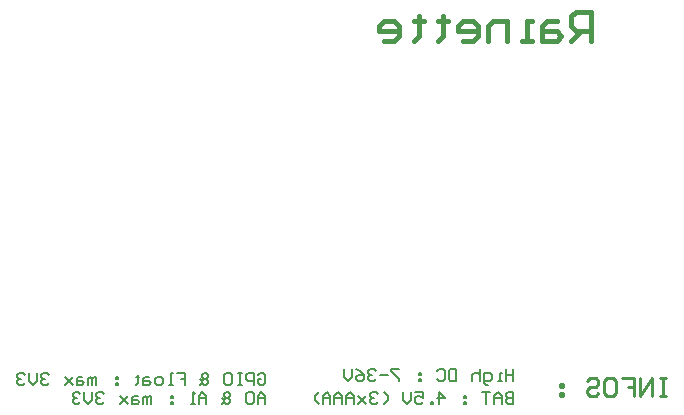
<source format=gbo>
G04*
G04 #@! TF.GenerationSoftware,Altium Limited,Altium Designer,24.9.1 (31)*
G04*
G04 Layer_Color=32896*
%FSLAX44Y44*%
%MOMM*%
G71*
G04*
G04 #@! TF.SameCoordinates,DA4EDB6E-3878-44D2-BF23-6E32A7E0A26F*
G04*
G04*
G04 #@! TF.FilePolarity,Positive*
G04*
G01*
G75*
%ADD11C,0.2000*%
%ADD14C,0.2540*%
%ADD154C,0.4000*%
D11*
X261336Y590331D02*
X263002Y591997D01*
X266334D01*
X268000Y590331D01*
Y583666D01*
X266334Y582000D01*
X263002D01*
X261336Y583666D01*
Y586998D01*
X264668D01*
X258003Y582000D02*
Y591997D01*
X253005D01*
X251339Y590331D01*
Y586998D01*
X253005Y585332D01*
X258003D01*
X248006Y591997D02*
X244674D01*
X246340D01*
Y582000D01*
X248006D01*
X244674D01*
X234677Y591997D02*
X238010D01*
X239676Y590331D01*
Y583666D01*
X238010Y582000D01*
X234677D01*
X233011Y583666D01*
Y590331D01*
X234677Y591997D01*
X213018Y582000D02*
X214684Y583666D01*
X216350Y582000D01*
X218016D01*
X219682Y583666D01*
Y585332D01*
X218016Y586998D01*
X219682Y588665D01*
Y590331D01*
X218016Y591997D01*
X216350D01*
X214684Y590331D01*
Y588665D01*
X216350Y586998D01*
X214684Y585332D01*
Y583666D01*
X213018Y586998D02*
X214684Y585332D01*
X218016Y586998D02*
X216350D01*
X193024Y591997D02*
X199689D01*
Y586998D01*
X196356D01*
X199689D01*
Y582000D01*
X189692D02*
X186360D01*
X188026D01*
Y591997D01*
X189692D01*
X179695Y582000D02*
X176363D01*
X174697Y583666D01*
Y586998D01*
X176363Y588665D01*
X179695D01*
X181361Y586998D01*
Y583666D01*
X179695Y582000D01*
X169698Y588665D02*
X166366D01*
X164700Y586998D01*
Y582000D01*
X169698D01*
X171364Y583666D01*
X169698Y585332D01*
X164700D01*
X159702Y590331D02*
Y588665D01*
X161368D01*
X158035D01*
X159702D01*
Y583666D01*
X158035Y582000D01*
X143040Y588665D02*
X141374D01*
Y586998D01*
X143040D01*
Y588665D01*
Y583666D02*
X141374D01*
Y582000D01*
X143040D01*
Y583666D01*
X124713Y582000D02*
Y588665D01*
X123047D01*
X121381Y586998D01*
Y582000D01*
Y586998D01*
X119714Y588665D01*
X118048Y586998D01*
Y582000D01*
X113050Y588665D02*
X109718D01*
X108052Y586998D01*
Y582000D01*
X113050D01*
X114716Y583666D01*
X113050Y585332D01*
X108052D01*
X104719Y588665D02*
X98055Y582000D01*
X101387Y585332D01*
X98055Y588665D01*
X104719Y582000D01*
X84726Y590331D02*
X83060Y591997D01*
X79727D01*
X78061Y590331D01*
Y588665D01*
X79727Y586998D01*
X81393D01*
X79727D01*
X78061Y585332D01*
Y583666D01*
X79727Y582000D01*
X83060D01*
X84726Y583666D01*
X74729Y591997D02*
Y585332D01*
X71397Y582000D01*
X68064Y585332D01*
Y591997D01*
X64732Y590331D02*
X63066Y591997D01*
X59734D01*
X58068Y590331D01*
Y588665D01*
X59734Y586998D01*
X61400D01*
X59734D01*
X58068Y585332D01*
Y583666D01*
X59734Y582000D01*
X63066D01*
X64732Y583666D01*
X268000Y566000D02*
Y572664D01*
X264668Y575997D01*
X261336Y572664D01*
Y566000D01*
Y570998D01*
X268000D01*
X258003Y574331D02*
X256337Y575997D01*
X253005D01*
X251339Y574331D01*
Y567666D01*
X253005Y566000D01*
X256337D01*
X258003Y567666D01*
Y574331D01*
X231345Y566000D02*
X233011Y567666D01*
X234677Y566000D01*
X236343D01*
X238010Y567666D01*
Y569332D01*
X236343Y570998D01*
X238010Y572664D01*
Y574331D01*
X236343Y575997D01*
X234677D01*
X233011Y574331D01*
Y572664D01*
X234677Y570998D01*
X233011Y569332D01*
Y567666D01*
X231345Y570998D02*
X233011Y569332D01*
X236343Y570998D02*
X234677D01*
X218016Y566000D02*
Y572664D01*
X214684Y575997D01*
X211352Y572664D01*
Y566000D01*
Y570998D01*
X218016D01*
X208019Y566000D02*
X204687D01*
X206353D01*
Y575997D01*
X208019Y574331D01*
X189692Y572664D02*
X188026D01*
Y570998D01*
X189692D01*
Y572664D01*
Y567666D02*
X188026D01*
Y566000D01*
X189692D01*
Y567666D01*
X171364Y566000D02*
Y572664D01*
X169698D01*
X168032Y570998D01*
Y566000D01*
Y570998D01*
X166366Y572664D01*
X164700Y570998D01*
Y566000D01*
X159702Y572664D02*
X156369D01*
X154703Y570998D01*
Y566000D01*
X159702D01*
X161368Y567666D01*
X159702Y569332D01*
X154703D01*
X151371Y572664D02*
X144706Y566000D01*
X148039Y569332D01*
X144706Y572664D01*
X151371Y566000D01*
X131377Y574331D02*
X129711Y575997D01*
X126379D01*
X124713Y574331D01*
Y572664D01*
X126379Y570998D01*
X128045D01*
X126379D01*
X124713Y569332D01*
Y567666D01*
X126379Y566000D01*
X129711D01*
X131377Y567666D01*
X121381Y575997D02*
Y569332D01*
X118048Y566000D01*
X114716Y569332D01*
Y575997D01*
X111384Y574331D02*
X109718Y575997D01*
X106385D01*
X104719Y574331D01*
Y572664D01*
X106385Y570998D01*
X108052D01*
X106385D01*
X104719Y569332D01*
Y567666D01*
X106385Y566000D01*
X109718D01*
X111384Y567666D01*
X478000Y575997D02*
Y566000D01*
X473002D01*
X471335Y567666D01*
Y569332D01*
X473002Y570998D01*
X478000D01*
X473002D01*
X471335Y572664D01*
Y574331D01*
X473002Y575997D01*
X478000D01*
X468003Y566000D02*
Y572664D01*
X464671Y575997D01*
X461339Y572664D01*
Y566000D01*
Y570998D01*
X468003D01*
X458006Y575997D02*
X451342D01*
X454674D01*
Y566000D01*
X438013Y572664D02*
X436347D01*
Y570998D01*
X438013D01*
Y572664D01*
Y567666D02*
X436347D01*
Y566000D01*
X438013D01*
Y567666D01*
X414687Y566000D02*
Y575997D01*
X419686Y570998D01*
X413021D01*
X409689Y566000D02*
Y567666D01*
X408023D01*
Y566000D01*
X409689D01*
X394693Y575997D02*
X401358D01*
Y570998D01*
X398026Y572664D01*
X396360D01*
X394693Y570998D01*
Y567666D01*
X396360Y566000D01*
X399692D01*
X401358Y567666D01*
X391361Y575997D02*
Y569332D01*
X388029Y566000D01*
X384697Y569332D01*
Y575997D01*
X368036Y566000D02*
X371368Y569332D01*
Y572664D01*
X368036Y575997D01*
X363037Y574331D02*
X361371Y575997D01*
X358039D01*
X356373Y574331D01*
Y572664D01*
X358039Y570998D01*
X359705D01*
X358039D01*
X356373Y569332D01*
Y567666D01*
X358039Y566000D01*
X361371D01*
X363037Y567666D01*
X353040Y572664D02*
X346376Y566000D01*
X349708Y569332D01*
X346376Y572664D01*
X353040Y566000D01*
X343044D02*
Y572664D01*
X339711Y575997D01*
X336379Y572664D01*
Y566000D01*
Y570998D01*
X343044D01*
X333047Y566000D02*
Y572664D01*
X329715Y575997D01*
X326382Y572664D01*
Y566000D01*
Y570998D01*
X333047D01*
X323050Y566000D02*
Y572664D01*
X319718Y575997D01*
X316385Y572664D01*
Y566000D01*
Y570998D01*
X323050D01*
X313053Y566000D02*
X309721Y569332D01*
Y572664D01*
X313053Y575997D01*
X478000Y595329D02*
Y585332D01*
Y590331D01*
X471335D01*
Y595329D01*
Y585332D01*
X468003D02*
X464671D01*
X466337D01*
Y591997D01*
X468003D01*
X456340Y582000D02*
X454674D01*
X453008Y583666D01*
Y591997D01*
X458006D01*
X459673Y590331D01*
Y586998D01*
X458006Y585332D01*
X453008D01*
X449676Y595329D02*
Y585332D01*
Y590331D01*
X448010Y591997D01*
X444677D01*
X443011Y590331D01*
Y585332D01*
X429682Y595329D02*
Y585332D01*
X424684D01*
X423018Y586998D01*
Y593663D01*
X424684Y595329D01*
X429682D01*
X413021Y593663D02*
X414687Y595329D01*
X418019D01*
X419686Y593663D01*
Y586998D01*
X418019Y585332D01*
X414687D01*
X413021Y586998D01*
X399692Y591997D02*
X398026D01*
Y590331D01*
X399692D01*
Y591997D01*
Y586998D02*
X398026D01*
Y585332D01*
X399692D01*
Y586998D01*
X381365Y595329D02*
X374700D01*
Y593663D01*
X381365Y586998D01*
Y585332D01*
X371368Y590331D02*
X364703D01*
X361371Y593663D02*
X359705Y595329D01*
X356372D01*
X354706Y593663D01*
Y591997D01*
X356372Y590331D01*
X358039D01*
X356372D01*
X354706Y588665D01*
Y586998D01*
X356372Y585332D01*
X359705D01*
X361371Y586998D01*
X344710Y595329D02*
X348042Y593663D01*
X351374Y590331D01*
Y586998D01*
X349708Y585332D01*
X346376D01*
X344710Y586998D01*
Y588665D01*
X346376Y590331D01*
X351374D01*
X341377Y595329D02*
Y588665D01*
X338045Y585332D01*
X334713Y588665D01*
Y595329D01*
D14*
X607460Y587535D02*
X602462D01*
X604961D01*
Y572540D01*
X607460D01*
X602462D01*
X594964D02*
Y587535D01*
X584967Y572540D01*
Y587535D01*
X569972D02*
X579969D01*
Y580038D01*
X574971D01*
X579969D01*
Y572540D01*
X557476Y587535D02*
X562475D01*
X564974Y585036D01*
Y575039D01*
X562475Y572540D01*
X557476D01*
X554977Y575039D01*
Y585036D01*
X557476Y587535D01*
X539982Y585036D02*
X542481Y587535D01*
X547479D01*
X549979Y585036D01*
Y582537D01*
X547479Y580038D01*
X542481D01*
X539982Y577538D01*
Y575039D01*
X542481Y572540D01*
X547479D01*
X549979Y575039D01*
X519988Y582537D02*
X517489D01*
Y580038D01*
X519988D01*
Y582537D01*
Y575039D02*
X517489D01*
Y572540D01*
X519988D01*
Y575039D01*
D154*
X543624Y873188D02*
Y898180D01*
X531128D01*
X526963Y894015D01*
Y885684D01*
X531128Y881519D01*
X543624D01*
X535293D02*
X526963Y873188D01*
X514467Y889849D02*
X506136D01*
X501971Y885684D01*
Y873188D01*
X514467D01*
X518632Y877353D01*
X514467Y881519D01*
X501971D01*
X493640Y873188D02*
X485309D01*
X489475D01*
Y889849D01*
X493640D01*
X472814Y873188D02*
Y889849D01*
X460318D01*
X456152Y885684D01*
Y873188D01*
X435326D02*
X443656D01*
X447822Y877353D01*
Y885684D01*
X443656Y889849D01*
X435326D01*
X431160Y885684D01*
Y881519D01*
X447822D01*
X418664Y894015D02*
Y889849D01*
X422830D01*
X414499D01*
X418664D01*
Y877353D01*
X414499Y873188D01*
X397838Y894015D02*
Y889849D01*
X402003D01*
X393672D01*
X397838D01*
Y877353D01*
X393672Y873188D01*
X368680D02*
X377011D01*
X381176Y877353D01*
Y885684D01*
X377011Y889849D01*
X368680D01*
X364515Y885684D01*
Y881519D01*
X381176D01*
M02*

</source>
